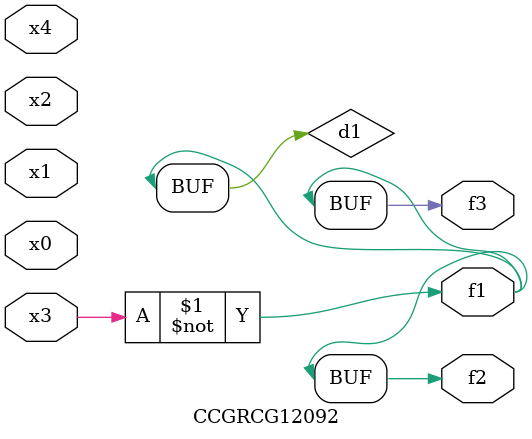
<source format=v>
module CCGRCG12092(
	input x0, x1, x2, x3, x4,
	output f1, f2, f3
);

	wire d1, d2;

	xnor (d1, x3);
	not (d2, x1);
	assign f1 = d1;
	assign f2 = d1;
	assign f3 = d1;
endmodule

</source>
